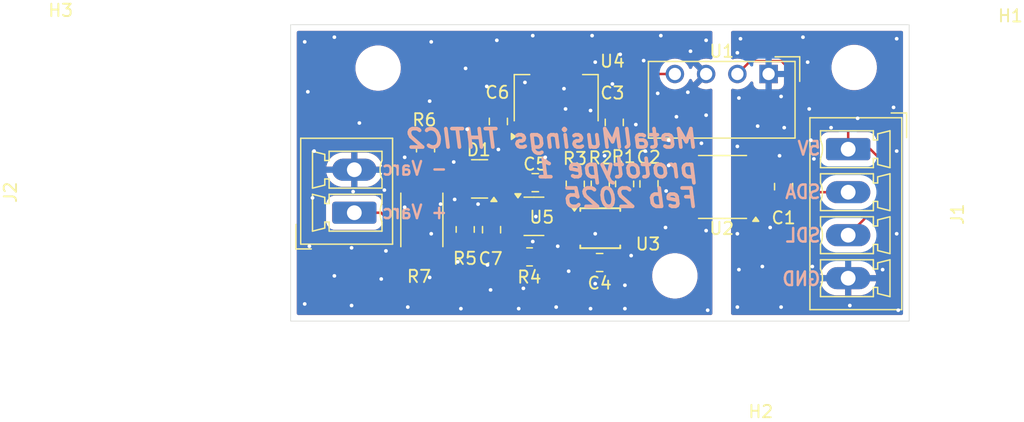
<source format=kicad_pcb>
(kicad_pcb (version 20240108) (generator "pcbnew") (generator_version "8.0")
  (layers (0 "F.Cu" signal) (31 "B.Cu" signal) (34 "B.Paste" user) (35 "F.Paste" user) (36 "B.SilkS" user "B.Silkscreen") (37 "F.SilkS" user "F.Silkscreen") (38 "B.Mask" user) (39 "F.Mask" user) (44 "Edge.Cuts" user))
  (net 0 "")
  (net 1 "GND")
  (net 2 "5V")
  (net 3 "Net-(U3-AIN0)")
  (net 4 "GND_ISO")
  (net 5 "Net-(U1-+Vout)")
  (net 6 "VCC_ISO")
  (net 8 "Net-(J1-Pin_2)")
  (net 9 "Net-(J1-Pin_3)")
  (net 10 "Net-(U2-SDA2)")
  (net 11 "Net-(D2-COM)")
  (net 12 "Net-(J2-Pin_1)")
  (net 14 "Net-(U7--)")
  (net 15 "Net-(R10-Pad2)")
  (net 17 "Net-(U2-SCL2)")
  (footprint "Package_TO_SOT_SMD:SOT-23-5" (layer "F.Cu") (at 167.8632 99.2924)
    (property "Reference" "U5" (at 0.6404 0.0724 0) (layer "F.SilkS"))
    (property "Value" "LMV321")
    (pad "1" smd roundrect (at -1.1375 -0.95) (size 1.325 0.6) (layers "F.Cu" "F.Paste" "F.Mask") (net 11 "Net-(D2-COM)"))
    (pad "2" smd roundrect (at -1.1375 0) (size 1.325 0.6) (layers "F.Cu" "F.Paste" "F.Mask") (net 4 "GND_ISO"))
    (pad "3" smd roundrect (at -1.1375 0.95) (size 1.325 0.6) (layers "F.Cu" "F.Paste" "F.Mask") (net 14 "Net-(U7--)"))
    (pad "4" smd roundrect (at 1.1375 0.95) (size 1.325 0.6) (layers "F.Cu" "F.Paste" "F.Mask") (net 14 "Net-(U7--)"))
    (pad "5" smd roundrect (at 1.1375 -0.95) (size 1.325 0.6) (layers "F.Cu" "F.Paste" "F.Mask") (net 6 "VCC_ISO"))
  )
  (footprint "MountingHole:MountingHole_3.2mm_M3" (layer "F.Cu") (at 193.9036 87.1728)
    (property "Reference" "H1" (at 12.7 -4.2 0) (layer "F.SilkS"))
    (property "Value" "MountingHole")
    (pad "" np_thru_hole circle (at 0 0) (size 3.2 3.2) (drill 3.2) (layers "*.Cu" "*.Mask"))
  )
  (footprint "Resistor_SMD:R_0805_2012Metric" (layer "F.Cu") (at 167.5076 102.5944)
    (property "Reference" "R4" (at -0.02 1.6472 0) (layer "F.SilkS"))
    (property "Value" "nP")
    (pad "1" smd roundrect (at -0.9125 0) (size 1.025 1.4) (layers "F.Cu" "F.Paste" "F.Mask") (roundrect_rratio 0.243902) (net 14 "Net-(U7--)"))
    (pad "2" smd roundrect (at 0.9125 0) (size 1.025 1.4) (layers "F.Cu" "F.Paste" "F.Mask") (roundrect_rratio 0.243902) (net 11 "Net-(D2-COM)"))
  )
  (footprint "Capacitor_SMD:C_0805_2012Metric" (layer "F.Cu") (at 164.4171 100.3808 -90)
    (property "Reference" "C7" (at 2.3574 0.0791 180) (layer "F.SilkS"))
    (property "Value" "1nF")
    (pad "1" smd roundrect (at -0.95 0 270) (size 1 1.45) (layers "F.Cu" "F.Paste" "F.Mask") (net 11 "Net-(D2-COM)"))
    (pad "2" smd roundrect (at 0.95 0 270) (size 1 1.45) (layers "F.Cu" "F.Paste" "F.Mask") (net 4 "GND_ISO"))
  )
  (footprint "Package_TO_SOT_SMD:SOT-23" (layer "F.Cu") (at 163.4436 96.2444 180)
    (property "Reference" "D1" (at 0.0708 2.366 0) (layer "F.SilkS"))
    (property "Value" "BAT54S")
    (pad "1" smd roundrect (at -0.9375 -0.95 180) (size 1.475 0.6) (layers "F.Cu" "F.Paste" "F.Mask") (net 4 "GND_ISO"))
    (pad "2" smd roundrect (at -0.9375 0.95 180) (size 1.475 0.6) (layers "F.Cu" "F.Paste" "F.Mask") (net 6 "VCC_ISO"))
    (pad "3" smd roundrect (at 0.9375 0 180) (size 1.475 0.6) (layers "F.Cu" "F.Paste" "F.Mask") (net 11 "Net-(D2-COM)"))
  )
  (footprint "Capacitor_SMD:C_0805_2012Metric" (layer "F.Cu") (at 177.2187 96.6518 -90)
    (property "Reference" "C2" (at -2.1638 0.0283 180) (layer "F.SilkS"))
    (property "Value" "100nF")
    (pad "1" smd roundrect (at -0.95 0 270) (size 1 1.45) (layers "F.Cu" "F.Paste" "F.Mask") (net 6 "VCC_ISO"))
    (pad "2" smd roundrect (at 0.95 0 270) (size 1 1.45) (layers "F.Cu" "F.Paste" "F.Mask") (net 4 "GND_ISO"))
  )
  (footprint "Capacitor_SMD:C_0805_2012Metric" (layer "F.Cu") (at 173.2055 103.0526 180)
    (property "Reference" "C4" (at 0 -1.68 0) (layer "F.SilkS"))
    (property "Value" "100nF")
    (pad "1" smd roundrect (at -0.95 0 180) (size 1 1.45) (layers "F.Cu" "F.Paste" "F.Mask") (net 6 "VCC_ISO"))
    (pad "2" smd roundrect (at 0.95 0 180) (size 1 1.45) (layers "F.Cu" "F.Paste" "F.Mask") (net 4 "GND_ISO"))
  )
  (footprint "MountingHole:MountingHole_3.2mm_M3" (layer "F.Cu") (at 155.194 87.2236)
    (property "Reference" "H3" (at -25.81 -4.694 0) (layer "F.SilkS"))
    (property "Value" "MountingHole")
    (pad "" np_thru_hole circle (at 0 0) (size 3.2 3.2) (drill 3.2) (layers "*.Cu" "*.Mask"))
  )
  (footprint "Resistor_SMD:R_0805_2012Metric" (layer "F.Cu") (at 171.2243 96.6518 90)
    (property "Reference" "R3" (at 2.0622 -0.0283 180) (layer "F.SilkS"))
    (property "Value" "47")
    (pad "1" smd roundrect (at -0.9125 0 90) (size 1.025 1.4) (layers "F.Cu" "F.Paste" "F.Mask") (roundrect_rratio 0.243902) (net 3 "Net-(U3-AIN0)"))
    (pad "2" smd roundrect (at 0.9125 0 90) (size 1.025 1.4) (layers "F.Cu" "F.Paste" "F.Mask") (roundrect_rratio 0.243902) (net 14 "Net-(U7--)"))
  )
  (footprint "Capacitor_SMD:C_0805_2012Metric" (layer "F.Cu") (at 167.9731 96.5502 180)
    (property "Reference" "C5" (at 0 1.5034 0) (layer "F.SilkS"))
    (property "Value" "100nF")
    (pad "1" smd roundrect (at -0.95 0 180) (size 1 1.45) (layers "F.Cu" "F.Paste" "F.Mask") (net 6 "VCC_ISO"))
    (pad "2" smd roundrect (at 0.95 0 180) (size 1 1.45) (layers "F.Cu" "F.Paste" "F.Mask") (net 4 "GND_ISO"))
  )
  (footprint "Resistor_SMD:R_0805_2012Metric" (layer "F.Cu") (at 173.2563 96.6518 -90)
    (property "Reference" "R2" (at -2.113 -0.0225 0) (layer "F.SilkS"))
    (property "Value" "2k2")
    (pad "1" smd roundrect (at -0.9125 0 270) (size 1.025 1.4) (layers "F.Cu" "F.Paste" "F.Mask") (roundrect_rratio 0.243902) (net 6 "VCC_ISO"))
    (pad "2" smd roundrect (at 0.9125 0 270) (size 1.025 1.4) (layers "F.Cu" "F.Paste" "F.Mask") (roundrect_rratio 0.243902) (net 17 "Net-(U2-SCL2)"))
  )
  (footprint "Package_SO:SOIC-8_3.9x4.9mm_P1.27mm" (layer "F.Cu") (at 183.199 96.901 180)
    (property "Reference" "U2" (at 0.065 -3.3782 0) (layer "F.SilkS"))
    (property "Value" "ISO1540")
    (pad "1" smd roundrect (at -2.475 -1.905 180) (size 1.95 0.6) (layers "F.Cu" "F.Paste" "F.Mask") (net 2 "5V"))
    (pad "2" smd roundrect (at -2.475 -0.635 180) (size 1.95 0.6) (layers "F.Cu" "F.Paste" "F.Mask") (net 8 "Net-(J1-Pin_2)"))
    (pad "3" smd roundrect (at -2.475 0.635 180) (size 1.95 0.6) (layers "F.Cu" "F.Paste" "F.Mask") (net 9 "Net-(J1-Pin_3)"))
    (pad "4" smd roundrect (at -2.475 1.905 180) (size 1.95 0.6) (layers "F.Cu" "F.Paste" "F.Mask") (net 1 "GND"))
    (pad "5" smd roundrect (at 2.475 1.905 180) (size 1.95 0.6) (layers "F.Cu" "F.Paste" "F.Mask") (net 4 "GND_ISO"))
    (pad "6" smd roundrect (at 2.475 0.635 180) (size 1.95 0.6) (layers "F.Cu" "F.Paste" "F.Mask") (net 17 "Net-(U2-SCL2)"))
    (pad "7" smd roundrect (at 2.475 -0.635 180) (size 1.95 0.6) (layers "F.Cu" "F.Paste" "F.Mask") (net 10 "Net-(U2-SDA2)"))
    (pad "8" smd roundrect (at 2.475 -1.905 180) (size 1.95 0.6) (layers "F.Cu" "F.Paste" "F.Mask") (net 6 "VCC_ISO"))
  )
  (footprint "MountingHole:MountingHole_3.2mm_M3" (layer "F.Cu") (at 179.324 104.14)
    (property "Reference" "H2" (at 6.985 11.049 0) (layer "F.SilkS"))
    (property "Value" "MountingHole")
    (pad "" np_thru_hole circle (at 0 0) (size 3.2 3.2) (drill 3.2) (layers "*.Cu" "*.Mask"))
  )
  (footprint "Resistor_SMD:R_2512_6332Metric" (layer "F.Cu") (at 158.75 99.5821 90)
    (property "Reference" "R7" (at -4.6087 -0.2315 180) (layer "F.SilkS"))
    (property "Value" "100k")
    (pad "1" smd roundrect (at -2.9625 0 90) (size 1.225 3.35) (layers "F.Cu" "F.Paste" "F.Mask") (roundrect_rratio 0.204082) (net 12 "Net-(J2-Pin_1)"))
    (pad "2" smd roundrect (at 2.9625 0 90) (size 1.225 3.35) (layers "F.Cu" "F.Paste" "F.Mask") (roundrect_rratio 0.204082) (net 15 "Net-(R10-Pad2)"))
  )
  (footprint "Connector_Phoenix_MC:PhoenixContact_MCV_1,5_2-G-3.5_1x02_P3.50mm_Vertical" (layer "F.Cu") (at 153.259 98.998 90)
    (property "Reference" "J2" (at 1.6625 -27.9615 90) (layer "F.SilkS"))
    (property "Value" "Plasma 300V")
    (pad "1" thru_hole roundrect (at 0 0 90) (size 1.8 3.6) (drill 1.2) (layers "*.Cu" "*.Mask") (roundrect_rratio 0.138889) (net 12 "Net-(J2-Pin_1)"))
    (pad "2" thru_hole oval (at 3.5 0 90) (size 1.8 3.6) (drill 1.2) (layers "*.Cu" "*.Mask") (net 4 "GND_ISO"))
  )
  (footprint "Capacitor_SMD:C_0805_2012Metric" (layer "F.Cu") (at 164.973 91.567 -90)
    (property "Reference" "C6" (at -2.3622 0.0762 180) (layer "F.SilkS"))
    (property "Value" "22uF Tant")
    (pad "1" smd roundrect (at -0.95 0 270) (size 1 1.45) (layers "F.Cu" "F.Paste" "F.Mask") (net 6 "VCC_ISO"))
    (pad "2" smd roundrect (at 0.95 0 270) (size 1 1.45) (layers "F.Cu" "F.Paste" "F.Mask") (net 4 "GND_ISO"))
  )
  (footprint "Capacitor_SMD:C_0805_2012Metric" (layer "F.Cu") (at 188.1632 96.8756 90)
    (property "Reference" "C1" (at -2.54 0 180) (layer "F.SilkS"))
    (property "Value" "100nF")
    (pad "1" smd roundrect (at -0.95 0 90) (size 1 1.45) (layers "F.Cu" "F.Paste" "F.Mask") (net 2 "5V"))
    (pad "2" smd roundrect (at 0.95 0 90) (size 1 1.45) (layers "F.Cu" "F.Paste" "F.Mask") (net 1 "GND"))
  )
  (footprint "Capacitor_SMD:C_0805_2012Metric" (layer "F.Cu") (at 174.3964 91.6432 -90)
    (property "Reference" "C3" (at -2.3876 0.1524 0) (layer "F.SilkS"))
    (property "Value" "10uF")
    (pad "1" smd roundrect (at -0.95 0 270) (size 1 1.45) (layers "F.Cu" "F.Paste" "F.Mask") (net 5 "Net-(U1-+Vout)"))
    (pad "2" smd roundrect (at 0.95 0 270) (size 1 1.45) (layers "F.Cu" "F.Paste" "F.Mask") (net 4 "GND_ISO"))
  )
  (footprint "Package_TO_SOT_SMD:SOT-223-3_TabPin2" (layer "F.Cu") (at 169.672 89.662 90)
    (property "Reference" "U4" (at 2.9972 4.572 0) (layer "F.SilkS"))
    (property "Value" "AMS1117-5")
    (pad "1" smd roundrect (at -3.15 -2.3 90) (size 2 1.5) (layers "F.Cu" "F.Paste" "F.Mask") (net 4 "GND_ISO"))
    (pad "2" smd roundrect (at -3.15 0 90) (size 2 1.5) (layers "F.Cu" "F.Paste" "F.Mask") (net 6 "VCC_ISO"))
    (pad "2" smd roundrect (at 3.15 0 90) (size 2 3.8) (layers "F.Cu" "F.Paste" "F.Mask") (net 6 "VCC_ISO"))
    (pad "3" smd roundrect (at -3.15 2.3 90) (size 2 1.5) (layers "F.Cu" "F.Paste" "F.Mask") (net 5 "Net-(U1-+Vout)"))
  )
  (footprint "Resistor_SMD:R_0805_2012Metric" (layer "F.Cu") (at 159.0502 93.8183 90)
    (property "Reference" "R6" (at 2.3783 -0.097 180) (layer "F.SilkS"))
    (property "Value" "1k27")
    (pad "1" smd roundrect (at -0.9125 0 90) (size 1.025 1.4) (layers "F.Cu" "F.Paste" "F.Mask") (roundrect_rratio 0.243902) (net 15 "Net-(R10-Pad2)"))
    (pad "2" smd roundrect (at 0.9125 0 90) (size 1.025 1.4) (layers "F.Cu" "F.Paste" "F.Mask") (roundrect_rratio 0.243902) (net 4 "GND_ISO"))
  )
  (footprint "Resistor_SMD:R_0805_2012Metric" (layer "F.Cu") (at 175.2375 96.6518 -90)
    (property "Reference" "R1" (at -2.2146 0.0791 0) (layer "F.SilkS"))
    (property "Value" "2k2")
    (pad "1" smd roundrect (at -0.9125 0 270) (size 1.025 1.4) (layers "F.Cu" "F.Paste" "F.Mask") (roundrect_rratio 0.243902) (net 6 "VCC_ISO"))
    (pad "2" smd roundrect (at 0.9125 0 270) (size 1.025 1.4) (layers "F.Cu" "F.Paste" "F.Mask") (roundrect_rratio 0.243902) (net 10 "Net-(U2-SDA2)"))
  )
  (footprint "Converter_DCDC:Converter_DCDC_TRACO_TEA1-xxxx_THT" (layer "F.Cu") (at 186.944 87.7045 -90)
    (property "Reference" "U1" (at -1.8525 3.81 0) (layer "F.SilkS"))
    (property "Value" "B0509S-1WR3")
    (pad "1" thru_hole rect (at 0 0 270) (size 1.5 1.5) (drill 1) (layers "*.Cu" "*.Mask") (net 1 "GND"))
    (pad "2" thru_hole circle (at 0 2.54 270) (size 1.5 1.5) (drill 1) (layers "*.Cu" "*.Mask") (net 2 "5V"))
    (pad "3" thru_hole circle (at 0 5.08 270) (size 1.5 1.5) (drill 1) (layers "*.Cu" "*.Mask") (net 4 "GND_ISO"))
    (pad "4" thru_hole circle (at 0 7.62 270) (size 1.5 1.5) (drill 1) (layers "*.Cu" "*.Mask") (net 5 "Net-(U1-+Vout)"))
  )
  (footprint "Connector_Phoenix_MC:PhoenixContact_MCV_1,5_4-G-3.5_1x04_P3.50mm_Vertical" (layer "F.Cu") (at 193.4135 93.8275 -90)
    (property "Reference" "J1" (at 5.293 -8.89 90) (layer "F.SilkS"))
    (property "Value" "Conn_01x04_Pin")
    (pad "1" thru_hole roundrect (at 0 0 270) (size 1.8 3.6) (drill 1.2) (layers "*.Cu" "*.Mask") (roundrect_rratio 0.138889) (net 2 "5V"))
    (pad "2" thru_hole oval (at 3.5 0 270) (size 1.8 3.6) (drill 1.2) (layers "*.Cu" "*.Mask") (net 8 "Net-(J1-Pin_2)"))
    (pad "3" thru_hole oval (at 7 0 270) (size 1.8 3.6) (drill 1.2) (layers "*.Cu" "*.Mask") (net 9 "Net-(J1-Pin_3)"))
    (pad "4" thru_hole oval (at 10.5 0 270) (size 1.8 3.6) (drill 1.2) (layers "*.Cu" "*.Mask") (net 1 "GND"))
  )
  (footprint "Resistor_SMD:R_0805_2012Metric" (layer "F.Cu") (at 162.2752 100.3592 -90)
    (property "Reference" "R5" (at 2.3584 0.02 0) (layer "F.SilkS"))
    (property "Value" "10k")
    (pad "1" smd roundrect (at -0.9125 0 270) (size 1.025 1.4) (layers "F.Cu" "F.Paste" "F.Mask") (roundrect_rratio 0.243902) (net 11 "Net-(D2-COM)"))
    (pad "2" smd roundrect (at 0.9125 0 270) (size 1.025 1.4) (layers "F.Cu" "F.Paste" "F.Mask") (roundrect_rratio 0.243902) (net 15 "Net-(R10-Pad2)"))
  )
  (footprint "Package_SO:TSSOP-10_3x3mm_P0.5mm" (layer "F.Cu") (at 173.2563 100.2586)
    (property "Reference" "U3" (at 3.8833 1.2906 0) (layer "F.SilkS"))
    (property "Value" "ADS1014IDGS")
    (pad "1" smd rect (at -2.15 -1) (size 1.1 0.25) (layers "F.Cu" "F.Paste" "F.Mask") (net 4 "GND_ISO"))
    (pad "2" smd rect (at -2.15 -0.5) (size 1.1 0.25) (layers "F.Cu" "F.Paste" "F.Mask"))
    (pad "3" smd rect (at -2.15 0) (size 1.1 0.25) (layers "F.Cu" "F.Paste" "F.Mask") (net 4 "GND_ISO"))
    (pad "4" smd rect (at -2.15 0.5) (size 1.1 0.25) (layers "F.Cu" "F.Paste" "F.Mask") (net 3 "Net-(U3-AIN0)"))
    (pad "5" smd rect (at -2.15 1) (size 1.1 0.25) (layers "F.Cu" "F.Paste" "F.Mask") (net 4 "GND_ISO"))
    (pad "6" smd rect (at 2.15 1) (size 1.1 0.25) (layers "F.Cu" "F.Paste" "F.Mask"))
    (pad "7" smd rect (at 2.15 0.5) (size 1.1 0.25) (layers "F.Cu" "F.Paste" "F.Mask"))
    (pad "8" smd rect (at 2.15 0) (size 1.1 0.25) (layers "F.Cu" "F.Paste" "F.Mask") (net 6 "VCC_ISO"))
    (pad "9" smd rect (at 2.15 -0.5) (size 1.1 0.25) (layers "F.Cu" "F.Paste" "F.Mask") (net 10 "Net-(U2-SDA2)"))
    (pad "10" smd rect (at 2.15 -1) (size 1.1 0.25) (layers "F.Cu" "F.Paste" "F.Mask") (net 17 "Net-(U2-SCL2)"))
  )
  (gr_rect (start 148.082 83.693) (end 198.374 107.823) (stroke (width 0.05)) (fill none) (layer "Edge.Cuts"))
  (gr_text "MetalMusings THTIC2\nprototype 1\nFeb 2025" (at 181.356 98.679 0) (layer "B.SilkS") (effects (font (size 1.5 1.5) (thickness 0.3) (bold yes) (italic yes)) (justify left bottom mirror)))
  (gr_text "- Varc\n\n+ Varc\n" (at 160.909 99.5821 0) (layer "B.SilkS") (effects (font (size 1.1 1) (thickness 0.2) (bold yes)) (justify left bottom mirror)))
  (gr_text "5V\n\nSDA\n\nSDL\n\nGND" (at 191.262 105.029 0) (layer "B.SilkS") (effects (font (size 1.1 1) (thickness 0.2) (bold yes)) (justify left bottom mirror)))
  (segment (start 185.674 94.996) (end 186.944 93.726) (width 0.2) (layer "F.Cu") (net 1))
  (segment (start 185.674 94.996) (end 187.2336 94.996) (width 0.2) (layer "F.Cu") (net 1))
  (segment (start 187.2336 94.996) (end 188.1632 95.9256) (width 0.2) (layer "F.Cu") (net 1))
  (segment (start 186.944 93.726) (end 186.944 87.7045) (width 0.2) (layer "F.Cu") (net 1))
  (via (at 192.024 92.075) (size 0.6) (drill 0.3) (layers "F.Cu" "B.Cu") (net 1))
  (via (at 197.104 90.424) (size 0.6) (drill 0.3) (layers "F.Cu" "B.Cu") (net 1))
  (via (at 184.404 100.711) (size 0.6) (drill 0.3) (layers "F.Cu" "B.Cu") (net 1))
  (via (at 190.5 103.378) (size 0.6) (drill 0.3) (layers "F.Cu" "B.Cu") (net 1))
  (via (at 190.119 86.741) (size 0.6) (drill 0.3) (layers "F.Cu" "B.Cu") (net 1))
  (via (at 184.404 93.599) (size 0.6) (drill 0.3) (layers "F.Cu" "B.Cu") (net 1))
  (via (at 196.215 103.632) (size 0.6) (drill 0.3) (layers "F.Cu" "B.Cu") (net 1))
  (via (at 184.658 84.836) (size 0.6) (drill 0.3) (layers "F.Cu" "B.Cu") (net 1))
  (via (at 189.738 84.709) (size 0.6) (drill 0.3) (layers "F.Cu" "B.Cu") (net 1))
  (via (at 197.485 106.934) (size 0.6) (drill 0.3) (layers "F.Cu" "B.Cu") (net 1))
  (via (at 194.183 91.313) (size 0.6) (drill 0.3) (layers "F.Cu" "B.Cu") (net 1))
  (via (at 187.96 89.535) (size 0.6) (drill 0.3) (layers "F.Cu" "B.Cu") (net 1))
  (via (at 190.627 94.615) (size 0.6) (drill 0.3) (layers "F.Cu" "B.Cu") (net 1))
  (via (at 187.96 106.68) (size 0.6) (drill 0.3) (layers "F.Cu" "B.Cu") (net 1))
  (via (at 193.548 106.553) (size 0.6) (drill 0.3) (layers "F.Cu" "B.Cu") (net 1))
  (via (at 187.833 94.361) (size 0.6) (drill 0.3) (layers "F.Cu" "B.Cu") (net 1))
  (via (at 197.358 93.98) (size 0.6) (drill 0.3) (layers "F.Cu" "B.Cu") (net 1))
  (via (at 190.373 93.091) (size 0.6) (drill 0.3) (layers "F.Cu" "B.Cu") (net 1))
  (via (at 197.358 100.711) (size 0.6) (drill 0.3) (layers "F.Cu" "B.Cu") (net 1))
  (via (at 184.404 85.979) (size 0.6) (drill 0.3) (layers "F.Cu" "B.Cu") (net 1))
  (via (at 186.436 103.378) (size 0.6) (drill 0.3) (layers "F.Cu" "B.Cu") (net 1))
  (via (at 186.055 91.948) (size 0.6) (drill 0.3) (layers "F.Cu" "B.Cu") (net 1))
  (via (at 197.358 84.836) (size 0.6) (drill 0.3) (layers "F.Cu" "B.Cu") (net 1))
  (via (at 188.214 92.075) (size 0.6) (drill 0.3) (layers "F.Cu" "B.Cu") (net 1))
  (via (at 190.246 90.551) (size 0.6) (drill 0.3) (layers "F.Cu" "B.Cu") (net 1))
  (via (at 184.531 103.632) (size 0.6) (drill 0.3) (layers "F.Cu" "B.Cu") (net 1))
  (via (at 184.404 106.68) (size 0.6) (drill 0.3) (layers "F.Cu" "B.Cu") (net 1))
  (via (at 187.071 100.203) (size 0.6) (drill 0.3) (layers "F.Cu" "B.Cu") (net 1))
  (via (at 184.531 89.662) (size 0.6) (drill 0.3) (layers "F.Cu" "B.Cu") (net 1))
  (segment (start 193.4135 93.8275) (end 193.4135 92.074) (width 0.2) (layer "F.Cu") (net 2))
  (segment (start 185.674 98.806) (end 187.1828 98.806) (width 0.2) (layer "F.Cu") (net 2))
  (segment (start 195.072 102.489) (end 196.361 101.2) (width 0.2) (layer "F.Cu") (net 2))
  (segment (start 196.361 94.975) (end 195.2135 93.8275) (width 0.2) (layer "F.Cu") (net 2))
  (segment (start 191.262 102.489) (end 195.072 102.489) (width 0.2) (layer "F.Cu") (net 2))
  (segment (start 188.1632 99.3902) (end 191.262 102.489) (width 0.2) (layer "F.Cu") (net 2))
  (segment (start 188.1632 97.8256) (end 188.1632 99.3902) (width 0.2) (layer "F.Cu") (net 2))
  (segment (start 195.2135 93.8275) (end 193.4135 93.8275) (width 0.2) (layer "F.Cu") (net 2))
  (segment (start 185.454 86.6545) (end 184.404 87.7045) (width 0.2) (layer "F.Cu") (net 2))
  (segment (start 196.361 101.2) (end 196.361 94.975) (width 0.2) (layer "F.Cu") (net 2))
  (segment (start 187.1828 98.806) (end 188.1632 97.8256) (width 0.2) (layer "F.Cu") (net 2))
  (segment (start 193.4135 92.074) (end 187.994 86.6545) (width 0.2) (layer "F.Cu") (net 2))
  (segment (start 187.994 86.6545) (end 185.454 86.6545) (width 0.2) (layer "F.Cu") (net 2))
  (segment (start 171.1063 100.7586) (end 171.8813 100.7586) (width 0.2) (layer "F.Cu") (net 3))
  (segment (start 171.2243 98.1016) (end 171.2243 97.5643) (width 0.2) (layer "F.Cu") (net 3))
  (segment (start 171.8813 100.7586) (end 171.9563 100.6836) (width 0.2) (layer "F.Cu") (net 3))
  (segment (start 171.9563 100.6836) (end 171.9563 98.8336) (width 0.2) (layer "F.Cu") (net 3))
  (segment (start 171.9563 98.8336) (end 171.2243 98.1016) (width 0.2) (layer "F.Cu") (net 3))
  (segment (start 171.1063 100.2586) (end 170.3313 100.2586) (width 0.2) (layer "F.Cu") (net 4))
  (segment (start 170.3313 101.2586) (end 170.2563 101.1836) (width 0.2) (layer "F.Cu") (net 4))
  (segment (start 177.5893 97.2312) (end 177.2187 97.6018) (width 0.2) (layer "F.Cu") (net 4))
  (segment (start 171.1063 101.9034) (end 171.1063 101.2586) (width 0.2) (layer "F.Cu") (net 4))
  (segment (start 167.0231 96.5502) (end 166.6673 96.1944) (width 0.2) (layer "F.Cu") (net 4))
  (segment (start 161.163 95.9358) (end 161.3408 95.758) (width 0.2) (layer "F.Cu") (net 4))
  (segment (start 170.250187 102.261557) (end 168.079744 104.432) (width 0.2) (layer "F.Cu") (net 4))
  (segment (start 160.782 98.552) (end 161.417 97.917) (width 0.2) (layer "F.Cu") (net 4))
  (segment (start 178.6128 97.2312) (end 177.5893 97.2312) (width 0.2) (layer "F.Cu") (net 4))
  (segment (start 161.163 96.901) (end 161.163 95.9358) (width 0.2) (layer "F.Cu") (net 4))
  (segment (start 157.6652 92.9058) (end 159.0502 92.9058) (width 0.2) (layer "F.Cu") (net 4))
  (segment (start 164.4171 101.361) (end 163.861744 101.361) (width 0.2) (layer "F.Cu") (net 4))
  (segment (start 179.324 94.996) (end 179.1716 95.1484) (width 0.2) (layer "F.Cu") (net 4))
  (segment (start 164.0284 88.7174) (end 167.5338 85.212) (width 0.2) (layer "F.Cu") (net 4))
  (segment (start 161.3408 93.5228) (end 160.7238 92.9058) (width 0.2) (layer "F.Cu") (net 4))
  (segment (start 164.973 92.517) (end 167.077 92.517) (width 0.2) (layer "F.Cu") (net 4))
  (segment (start 166.6673 96.1944) (end 163.86 96.1944) (width 0.2) (layer "F.Cu") (net 4))
  (segment (start 174.3964 92.5932) (end 176.8737 92.5932) (width 0.2) (layer "F.Cu") (net 4))
  (segment (start 167.5338 85.212) (end 179.3715 85.212) (width 0.2) (layer "F.Cu") (net 4))
  (segment (start 160.782 99.450744) (end 160.782 98.552) (width 0.2) (layer "F.Cu") (net 4))
  (segment (start 161.3408 95.758) (end 161.3408 94.869) (width 0.2) (layer "F.Cu") (net 4))
  (segment (start 181.864 87.7045) (end 180.37725 89.19125) (width 0.2) (layer "F.Cu") (net 4))
  (segment (start 164.973 92.517) (end 163.449 90.993) (width 0.2) (layer "F.Cu") (net 4))
  (segment (start 171.1063 99.2586) (end 170.3563 99.2586) (width 0.2) (layer "F.Cu") (net 4))
  (segment (start 161.417 97.917) (end 162.1396 97.1944) (width 0.2) (layer "F.Cu") (net 4))
  (segment (start 179.578 94.996) (end 179.324 94.996) (width 0.2) (layer "F.Cu") (net 4))
  (segment (start 167.077 92.517) (end 167.372 92.812) (width 0.2) (layer "F.Cu") (net 4))
  (segment (start 179.324 94.996) (end 176.94825 92.62025) (width 0.2) (layer "F.Cu") (net 4))
  (segment (start 167.894 97.4211) (end 167.894 98.786599) (width 0.2) (layer "F.Cu") (net 4))
  (segment (start 170.2563 100.3336) (end 170.3313 100.2586) (width 0.2) (layer "F.Cu") (net 4))
  (segment (start 161.8488 95.25) (end 162.9156 95.25) (width 0.2) (layer "F.Cu") (net 4))
  (segment (start 170.2563 101.1836) (end 170.2563 100.3336) (width 0.2) (layer "F.Cu") (net 4))
  (segment (start 162.9156 95.25) (end 162.9156 94.5744) (width 0.2) (layer "F.Cu") (net 4))
  (segment (start 166.36977 104.432) (end 164.4171 102.47933) (width 0.2) (layer "F.Cu") (net 4))
  (segment (start 164.4171 102.47933) (end 164.4171 101.361) (width 0.2) (layer "F.Cu") (net 4))
  (segment (start 164.3811 97.1944) (end 161.4564 97.1944) (width 0.2) (layer "F.Cu") (net 4))
  (segment (start 162.1396 97.1944) (end 164.3811 97.1944) (width 0.2) (layer "F.Cu") (net 4))
  (segment (start 180.37725 89.19125) (end 176.94825 92.62025) (width 0.2) (layer "F.Cu") (net 4))
  (segment (start 162.759944 100.2592) (end 161.590456 100.2592) (width 0.2) (layer "F.Cu") (net 4))
  (segment (start 167.0231 96.5502) (end 167.894 97.4211) (width 0.2) (layer "F.Cu") (net 4))
  (segment (start 161.3408 95.758) (end 161.8488 95.25) (width 0.2) (layer "F.Cu") (net 4))
  (segment (start 170.3313 100.2586) (end 170.2563 100.1836) (width 0.2) (layer "F.Cu") (net 4))
  (segment (start 156.21 95.377) (end 156.21 94.361) (width 0.2) (layer "F.Cu") (net 4))
  (segment (start 170.2563 100.1836) (end 170.2563 99.3336) (width 0.2) (layer "F.Cu") (net 4))
  (segment (start 162.9156 94.5744) (end 164.973 92.517) (width 0.2) (layer "F.Cu") (net 4))
  (segment (start 170.250187 99.364713) (end 170.250187 102.261557) (width 0.2) (layer "F.Cu") (net 4))
  (segment (start 161.4564 97.1944) (end 161.163 96.901) (width 0.2) (layer "F.Cu") (net 4))
  (segment (start 170.2563 99.3336) (end 170.3313 99.2586) (width 0.2) (layer "F.Cu") (net 4))
  (segment (start 176.8737 92.5932) (end 176.9245 92.644) (width 0.2) (layer "F.Cu") (net 4))
  (segment (start 161.3408 94.869) (end 161.3408 93.5228) (width 0.2) (layer "F.Cu") (net 4))
  (segment (start 179.1716 95.1484) (end 178.816 95.1484) (width 0.2) (layer "F.Cu") (net 4))
  (segment (start 156.089 95.498) (end 156.21 95.377) (width 0.2) (layer "F.Cu") (net 4))
  (segment (start 176.94825 92.62025) (end 176.9245 92.644) (width 0.2) (layer "F.Cu") (net 4))
  (segment (start 179.3715 85.212) (end 181.864 87.7045) (width 0.2) (layer "F.Cu") (net 4))
  (segment (start 163.861744 101.361) (end 162.759944 100.2592) (width 0.2) (layer "F.Cu") (net 4))
  (segment (start 167.388199 99.2924) (end 166.7257 99.2924) (width 0.2) (layer "F.Cu") (net 4))
  (segment (start 171.1063 101.2586) (end 170.3313 101.2586) (width 0.2) (layer "F.Cu") (net 4))
  (segment (start 172.2555 103.0526) (end 171.1063 101.9034) (width 0.2) (layer "F.Cu") (net 4))
  (segment (start 153.259 95.498) (end 156.089 95.498) (width 0.2) (layer "F.Cu") (net 4))
  (segment (start 156.21 94.361) (end 157.6652 92.9058) (width 0.2) (layer "F.Cu") (net 4))
  (segment (start 170.3563 99.2586) (end 170.250187 99.364713) (width 0.2) (layer "F.Cu") (net 4))
  (segment (start 163.449 89.2968) (end 164.0284 88.7174) (width 0.2) (layer "F.Cu") (net 4))
  (segment (start 162.9156 95.25) (end 163.322 95.6564) (width 0.2) (layer "F.Cu") (net 4))
  (segment (start 167.894 98.786599) (end 167.388199 99.2924) (width 0.2) (layer "F.Cu") (net 4))
  (segment (start 160.7238 92.9058) (end 159.0502 92.9058) (width 0.2) (layer "F.Cu") (net 4))
  (segment (start 163.86 96.1944) (end 163.322 95.6564) (width 0.2) (layer "F.Cu") (net 4))
  (segment (start 170.3313 99.2586) (end 171.1063 99.2586) (width 0.2) (layer "F.Cu") (net 4))
  (segment (start 180.724 94.996) (end 179.578 94.996) (width 0.2) (layer "F.Cu") (net 4))
  (segment (start 163.449 90.993) (end 163.449 89.2968) (width 0.2) (layer "F.Cu") (net 4))
  (segment (start 168.079744 104.432) (end 166.36977 104.432) (width 0.2) (layer "F.Cu") (net 4))
  (segment (start 161.590456 100.2592) (end 160.782 99.450744) (width 0.2) (layer "F.Cu") (net 4))
  (via (at 178.6128 97.2312) (size 0.6) (drill 0.3) (layers "F.Cu" "B.Cu") (net 4))
  (via (at 149.225 85.09) (size 0.6) (drill 0.3) (layers "F.Cu" "B.Cu") (net 4))
  (via (at 169.672 106.68) (size 0.6) (drill 0.3) (layers "F.Cu" "B.Cu") (net 4))
  (via (at 155.829 102.108) (size 0.6) (drill 0.3) (layers "F.Cu" "B.Cu") (net 4))
  (via (at 167.005 105.156) (size 0.6) (drill 0.3) (layers "F.Cu" "B.Cu") (net 4))
  (via (at 172.847 104.775) (size 0.6) (drill 0.3) (layers "F.Cu" "B.Cu") (net 4))
  (via (at 181.864 100.457) (size 0.6) (drill 0.3) (layers "F.Cu" "B.Cu") (net 4))
  (via (at 159.385 89.916) (size 0.6) (drill 0.3) (layers "F.Cu" "B.Cu") (net 4))
  (via (at 176.784 86.614) (size 0.6) (drill 0.3) (layers "F.Cu" "B.Cu") (net 4))
  (via (at 153.162 97.282) (size 0.6) (drill 0.3) (layers "F.Cu" "B.Cu") (net 4))
  (via (at 181.483 93.345) (size 0.6) (drill 0.3) (layers "F.Cu" "B.Cu") (net 4))
  (via (at 167.767 101.346) (size 0.6) (drill 0.3) (layers "F.Cu" "B.Cu") (net 4))
  (via (at 181.864 84.963) (size 0.6) (drill 0.3) (layers "F.Cu" "B.Cu") (net 4))
  (via (at 168.021 99.314) (size 0.6) (drill 0.3) (layers "F.Cu" "B.Cu") (net 4))
  (via (at 149.987 93.98) (size 0.6) (drill 0.3) (layers "F.Cu" "B.Cu") (net 4))
  (via (at 181.991 106.934) (size 0.6) (drill 0.3) (layers "F.Cu" "B.Cu") (net 4))
  (via (at 164.973 93.853) (size 0.6) (drill 0.3) (layers "F.Cu" "B.Cu") (net 4))
  (via (at 157.353 98.552) (size 0.6) (drill 0.3) (layers "F.Cu" "B.Cu") (net 4))
  (via (at 159.512 85.09) (size 0.6) (drill 0.3) (layers "F.Cu" "B.Cu") (net 4))
  (via (at 159.512 100.711) (size 0.6) (drill 0.3) (layers "F.Cu" "B.Cu") (net 4))
  (via (at 149.479 89.154) (size 0.6) (drill 0.3) (layers "F.Cu" "B.Cu") (net 4))
  (via (at 175.768 102.489) (size 0.6) (drill 0.3) (layers "F.Cu" "B.Cu") (net 4))
  (via (at 174.244 88.519) (size 0.6) (drill 0.3) (layers "F.Cu" "B.Cu") (net 4))
  (via (at 173.609 94.361) (size 0.6) (drill 0.3) (layers "F.Cu" "B.Cu") (net 4))
  (via (at 178.562 100.203) (size 0.6) (drill 0.3) (layers "F.Cu" "B.Cu") (net 4))
  (via (at 176.149 91.821) (size 0.6) (drill 0.3) (layers "F.Cu" "B.Cu") (net 4))
  (via (at 153.035 101.854) (size 0.6) (drill 0.3) (layers "F.Cu" "B.Cu") (net 4))
  (via (at 164.338 105.283) (size 0.6) (drill 0.3) (layers "F.Cu" "B.Cu") (net 4))
  (via (at 160.274 98.298) (size 0.6) (drill 0.3) (layers "F.Cu" "B.Cu") (net 4))
  (via (at 151.638 104.14) (size 0.6) (drill 0.3) (layers "F.Cu" "B.Cu") (net 4))
  (via (at 163.322 98.298) (size 0.6) (drill 0.3) (layers "F.Cu" "B.Cu") (net 4))
  (via (at 149.606 101.727) (size 0.6) (drill 0.3) (layers "F.Cu" "B.Cu") (net 4))
  (via (at 175.26 104.902) (size 0.6) (drill 0.3) (layers "F.Cu" "B.Cu") (net 4))
  (via (at 149.225 106.426) (size 0.6) (drill 0.3) (layers "F.Cu" "B.Cu") (net 4))
  (via (at 172.847 100.711) (size 0.6) (drill 0.3) (layers "F.Cu" "B.Cu") (net 4))
  (via (at 162.306 87.249) (size 0.6) (drill 0.3) (layers "F.Cu" "B.Cu") (net 4))
  (via (at 166.624 106.807) (size 0.6) (drill 0.3) (layers "F.Cu" "B.Cu") (net 4))
  (via (at 164.084 103.251) (size 0.6) (drill 0.3) (layers "F.Cu" "B.Cu") (net 4))
  (via (at 161.925 106.807) (size 0.6) (drill 0.3) (layers "F.Cu" "B.Cu") (net 4))
  (via (at 162.433 92.202) (size 0.6) (drill 0.3) (layers "F.Cu" "B.Cu") (net 4))
  (via (at 155.702 97.155) (size 0.6) (drill 0.3) (layers "F.Cu" "B.Cu") (net 4))
  (via (at 170.307 88.9) (size 0.6) (drill 0.3) (layers "F.Cu" "B.Cu") (net 4))
  (via (at 157.607 106.68) (size 0.6) (drill 0.3) (layers "F.Cu" "B.Cu") (net 4))
  (via (at 178.181 84.582) (size 0.6) (drill 0.3) (layers "F.Cu" "B.Cu") (net 4))
  (via (at 175.26 106.807) (size 0.6) (drill 0.3) (layers "F.Cu" "B.Cu") (net 4))
  (via (at 172.593 84.582) (size 0.6) (drill 0.3) (layers "F.Cu" "B.Cu") (net 4))
  (via (at 159.385 104.267) (size 0.6) (drill 0.3) (layers "F.Cu" "B.Cu") (net 4))
  (via (at 153.035 106.553) (size 0.6) (drill 0.3) (layers "F.Cu" "B.Cu") (net 4))
  (via (at 180.37725 89.19125) (size 0.6) (drill 0.3) (layers "F.Cu" "B.Cu") (net 4))
  (via (at 176.911 93.98) (size 0.6) (drill 0.3) (layers "F.Cu" "B.Cu") (net 4))
  (via (at 172.466 106.807) (size 0.6) (drill 0.3) (layers "F.Cu" "B.Cu") (net 4))
  (via (at 172.466 90.678) (size 0.6) (drill 0.3) (layers "F.Cu" "B.Cu") (net 4))
  (via (at 170.434 90.551) (size 0.6) (drill 0.3) (layers "F.Cu" "B.Cu") (net 4))
  (via (at 161.671 102.997) (size 0.6) (drill 0.3) (layers "F.Cu" "B.Cu") (net 4))
  (via (at 174.879 86.106) (size 0.6) (drill 0.3) (layers "F.Cu" "B.Cu") (net 4))
  (via (at 177.927 89.281) (size 0.6) (drill 0.3) (layers "F.Cu" "B.Cu") (net 4))
  (via (at 179.451 91.186) (size 0.6) (drill 0.3) (layers "F.Cu" "B.Cu") (net 4))
  (via (at 169.799 101.727) (size 0.6) (drill 0.3) (layers "F.Cu" "B.Cu") (net 4))
  (via (at 164.0284 88.7174) (size 0.6) (drill 0.3) (layers "F.Cu" "B.Cu") (net 4))
  (via (at 155.448 104.394) (size 0.6) (drill 0.3) (layers "F.Cu" "B.Cu") (net 4))
  (via (at 149.86 97.79) (size 0.6) (drill 0.3) (layers "F.Cu" "B.Cu") (net 4))
  (via (at 170.688 103.759) (size 0.6) (drill 0.3) (layers "F.Cu" "B.Cu") (net 4))
  (via (at 181.864 91.059) (size 0.6) (drill 0.3) (layers "F.Cu" "B.Cu") (net 4))
  (via (at 157.353 94.488) (size 0.6) (drill 0.3) (layers "F.Cu" "B.Cu") (net 4))
  (via (at 180.594 85.852) (size 0.6) (drill 0.3) (layers "F.Cu" "B.Cu") (net 4))
  (via (at 161.417 97.917) (size 0.6) (drill 0.3) (layers "F.Cu" "B.Cu") (net 4))
  (via (at 167.132 88.392) (size 0.6) (drill 0.3) (layers "F.Cu" "B.Cu") (net 4))
  (via (at 178.816 95.1484) (size 0.6) (drill 0.3) (layers "F.Cu" "B.Cu") (net 4))
  (via (at 167.767 84.582) (size 0.6) (drill 0.3) (layers "F.Cu" "B.Cu") (net 4))
  (via (at 153.67 91.694) (size 0.6) (drill 0.3) (layers "F.Cu" "B.Cu") (net 4))
  (via (at 172.847 86.741) (size 0.6) (drill 0.3) (layers "F.Cu" "B.Cu") (net 4))
  (via (at 164.846 84.963) (size 0.6) (drill 0.3) (layers "F.Cu" "B.Cu") (net 4))
  (via (at 168.783 94.488) (size 0.6) (drill 0.3) (layers "F.Cu" "B.Cu") (net 4))
  (via (at 178.816 93.091) (size 0.6) (drill 0.3) (layers "F.Cu" "B.Cu") (net 4))
  (via (at 151.638 84.709) (size 0.6) (drill 0.3) (layers "F.Cu" "B.Cu") (net 4))
  (via (at 161.3408 94.869) (size 0.6) (drill 0.3) (layers "F.Cu" "B.Cu") (net 4))
  (segment (start 178.816 95.1484) (end 178.816 97.028) (width 0.2) (layer "B.Cu") (net 4))
  (segment (start 178.816 97.028) (end 178.6128 97.2312) (width 0.2) (layer "B.Cu") (net 4))
  (segment (start 177.1565 87.9331) (end 177.1565 87.7045) (width 0.2) (layer "F.Cu") (net 5))
  (segment (start 174.3964 90.6932) (end 172.2776 92.812) (width 0.2) (layer "F.Cu") (net 5))
  (segment (start 179.324 87.7045) (end 177.1565 87.7045) (width 0.2) (layer "F.Cu") (net 5))
  (segment (start 174.3964 90.6932) (end 174.1678 90.6932) (width 0.2) (layer "F.Cu") (net 5))
  (segment (start 174.1678 90.6932) (end 174.117 90.744) (width 0.2) (layer "F.Cu") (net 5))
  (segment (start 174.3964 90.6932) (end 177.1565 87.9331) (width 0.2) (layer "F.Cu") (net 5))
  (segment (start 174.04 90.744) (end 174.117 90.744) (width 0.2) (layer "F.Cu") (net 5))
  (segment (start 172.2776 92.812) (end 171.972 92.812) (width 0.2) (layer "F.Cu") (net 5))
  (segment (start 168.79 87.394) (end 168.79 89.6141) (width 0.2) (layer "F.Cu") (net 6))
  (segment (start 173.2563 95.7393) (end 172.2243 96.7713) (width 0.2) (layer "F.Cu") (net 6))
  (segment (start 168.4013 95.2944) (end 168.9231 95.8162) (width 0.2) (layer "F.Cu") (net 6))
  (segment (start 174.1555 100.467115) (end 174.1555 103.0526) (width 0.2) (layer "F.Cu") (net 6))
  (segment (start 172.4105 94.8935) (end 169.8458 94.8935) (width 0.2) (layer "F.Cu") (net 6))
  (segment (start 168.79 91.93) (end 169.672 92.812) (width 0.2) (layer "F.Cu") (net 6))
  (segment (start 173.2563 95.7393) (end 172.4105 94.8935) (width 0.2) (layer "F.Cu") (net 6))
  (segment (start 177.3634 100.2586) (end 177.546 100.076) (width 0.2) (layer "F.Cu") (net 6))
  (segment (start 175.4063 100.2586) (end 174.364015 100.2586) (width 0.2) (layer "F.Cu") (net 6))
  (segment (start 169.0007 98.3424) (end 168.9231 98.2648) (width 0.2) (layer "F.Cu") (net 6))
  (segment (start 169.8458 94.8935) (end 168.9231 95.8162) (width 0.2) (layer "F.Cu") (net 6))
  (segment (start 168.79 89.6141) (end 165.9759 89.6141) (width 0.2) (layer "F.Cu") (net 6))
  (segment (start 168.9231 98.2648) (end 168.9231 96.5502) (width 0.2) (layer "F.Cu") (net 6))
  (segment (start 175.275 95.7018) (end 175.2375 95.7393) (width 0.2) (layer "F.Cu") (net 6))
  (segment (start 177.546 100.076) (end 177.546 99.187) (width 0.2) (layer "F.Cu") (net 6))
  (segment (start 175.2375 95.7393) (end 173.2563 95.7393) (width 0.2) (layer "F.Cu") (net 6))
  (segment (start 168.9231 95.8162) (end 168.9231 96.5502) (width 0.2) (layer "F.Cu") (net 6))
  (segment (start 175.4063 100.2586) (end 177.3634 100.2586) (width 0.2) (layer "F.Cu") (net 6))
  (segment (start 172.2243 98.535915) (end 174.1555 100.467115) (width 0.2) (layer "F.Cu") (net 6))
  (segment (start 169.8458 92.9858) (end 169.672 92.812) (width 0.2) (layer "F.Cu") (net 6))
  (segment (start 169.672 86.512) (end 168.79 87.394) (width 0.2) (layer "F.Cu") (net 6))
  (segment (start 172.2243 96.7713) (end 172.2243 98.535915) (width 0.2) (layer "F.Cu") (net 6))
  (segment (start 164.3811 95.2944) (end 168.4013 95.2944) (width 0.2) (layer "F.Cu") (net 6))
  (segment (start 177.2187 95.7018) (end 175.275 95.7018) (width 0.2) (layer "F.Cu") (net 6))
  (segment (start 180.343 99.187) (end 180.724 98.806) (width 0.2) (layer "F.Cu") (net 6))
  (segment (start 168.79 89.6141) (end 168.79 91.93) (width 0.2) (layer "F.Cu") (net 6))
  (segment (start 165.9759 89.6141) (end 164.973 90.617) (width 0.2) (layer "F.Cu") (net 6))
  (segment (start 177.546 99.187) (end 180.343 99.187) (width 0.2) (layer "F.Cu") (net 6))
  (segment (start 174.364015 100.2586) (end 174.1555 100.467115) (width 0.2) (layer "F.Cu") (net 6))
  (segment (start 169.8458 94.8935) (end 169.8458 92.9858) (width 0.2) (layer "F.Cu") (net 6))
  (segment (start 186.182 97.028) (end 187.071 97.028) (width 0.2) (layer "F.Cu") (net 8))
  (segment (start 185.674 97.536) (end 186.182 97.028) (width 0.2) (layer "F.Cu") (net 8))
  (segment (start 187.0936 97.0506) (end 187.071 97.028) (width 0.15) (layer "F.Cu") (net 8))
  (segment (start 189.2074 97.0506) (end 187.0936 97.0506) (width 0.15) (layer "F.Cu") (net 8))
  (segment (start 189.23 97.028) (end 189.2074 97.0506) (width 0.15) (layer "F.Cu") (net 8))
  (segment (start 189.5295 97.3275) (end 189.23 97.028) (width 0.2) (layer "F.Cu") (net 8))
  (segment (start 193.4135 97.3275) (end 189.5295 97.3275) (width 0.2) (layer "F.Cu") (net 8))
  (segment (start 187.325 96.647) (end 187.3786 96.7006) (width 0.15) (layer "F.Cu") (net 9))
  (segment (start 186.944 96.266) (end 187.325 96.647) (width 0.2) (layer "F.Cu") (net 9))
  (segment (start 195.961 96.393) (end 195.961 98.28) (width 0.2) (layer "F.Cu") (net 9))
  (segment (start 189.200095 96.363095) (end 189.29719 96.266) (width 0.15) (layer "F.Cu") (net 9))
  (segment (start 187.3786 96.7006) (end 188.86259 96.7006) (width 0.15) (layer "F.Cu") (net 9))
  (segment (start 189.93219 95.631) (end 195.199 95.631) (width 0.2) (layer "F.Cu") (net 9))
  (segment (start 188.86259 96.7006) (end 189.200095 96.363095) (width 0.15) (layer "F.Cu") (net 9))
  (segment (start 186.944 96.266) (end 185.674 96.266) (width 0.2) (layer "F.Cu") (net 9))
  (segment (start 189.29719 96.266) (end 189.93219 95.631) (width 0.2) (layer "F.Cu") (net 9))
  (segment (start 195.199 95.631) (end 195.961 96.393) (width 0.2) (layer "F.Cu") (net 9))
  (segment (start 195.961 98.28) (end 193.4135 100.8275) (width 0.2) (layer "F.Cu") (net 9))
  (segment (start 176.258 98.5848) (end 175.2375 97.5643) (width 0.2) (layer "F.Cu") (net 10))
  (segment (start 176.258 99.7586) (end 176.258 98.5848) (width 0.2) (layer "F.Cu") (net 10))
  (segment (start 178.178439 98.5848) (end 176.258 98.5848) (width 0.2) (layer "F.Cu") (net 10))
  (segment (start 179.227239 97.536) (end 178.178439 98.5848) (width 0.2) (layer "F.Cu") (net 10))
  (segment (start 175.4063 99.7586) (end 176.258 99.7586) (width 0.2) (layer "F.Cu") (net 10))
  (segment (start 180.724 97.536) (end 179.227239 97.536) (width 0.2) (layer "F.Cu") (net 10))
  (segment (start 165.6029 98.2466) (end 166.6299 98.2466) (width 0.2) (layer "F.Cu") (net 11))
  (segment (start 165.1972 96.5944) (end 165.6029 97.0001) (width 0.2) (layer "F.Cu") (net 11))
  (segment (start 162.8561 96.5944) (end 165.1972 96.5944) (width 0.2) (layer "F.Cu") (net 11))
  (segment (start 165.5159 100.5598) (end 164.4171 99.461) (width 0.2) (layer "F.Cu") (net 11))
  (segment (start 162.5061 96.2444) (end 162.8561 96.5944) (width 0.2) (layer "F.Cu") (net 11))
  (segment (start 166.9825 104.032) (end 166.535456 104.032) (width 0.2) (layer "F.Cu") (net 11))
  (segment (start 168.4201 102.5944) (end 166.9825 104.032) (width 0.2) (layer "F.Cu") (net 11))
  (segment (start 165.5159 103.012444) (end 165.5159 100.5598) (width 0.2) (layer "F.Cu") (net 11))
  (segment (start 165.6029 97.0001) (end 165.6029 98.2466) (width 0.2) (layer "F.Cu") (net 11))
  (segment (start 166.6299 98.2466) (end 166.7257 98.3424) (width 0.2) (layer "F.Cu") (net 11))
  (segment (start 166.535456 104.032) (end 165.5159 103.012444) (width 0.2) (layer "F.Cu") (net 11))
  (segment (start 162.2752 99.4467) (end 164.4028 99.4467) (width 0.2) (layer "F.Cu") (net 11))
  (segment (start 164.4028 99.4467) (end 164.4171 99.461) (width 0.2) (layer "F.Cu") (net 11))
  (segment (start 165.6029 98.2466) (end 164.4028 99.4467) (width 0.2) (layer "F.Cu") (net 11))
  (segment (start 155.4349 98.998) (end 158.9815 102.5446) (width 0.2) (layer "F.Cu") (net 12))
  (segment (start 153.259 98.998) (end 155.4349 98.998) (width 0.2) (layer "F.Cu") (net 12))
  (segment (start 166.7257 102.4638) (end 166.5951 102.5944) (width 0.2) (layer "F.Cu") (net 14))
  (segment (start 171.2243 95.7393) (end 170.090615 96.872985) (width 0.2) (layer "F.Cu") (net 14))
  (segment (start 170.090615 96.872985) (end 170.090615 98.852486) (width 0.2) (layer "F.Cu") (net 14))
  (segment (start 166.7257 100.2424) (end 166.7257 102.4638) (width 0.2) (layer "F.Cu") (net 14))
  (segment (start 169.0007 100.2424) (end 166.7257 100.2424) (width 0.2) (layer "F.Cu") (net 14))
  (segment (start 170.090615 98.852486) (end 169.0007 99.942401) (width 0.2) (layer "F.Cu") (net 14))
  (segment (start 169.0007 99.942401) (end 169.0007 100.2424) (width 0.2) (layer "F.Cu") (net 14))
  (segment (start 158.9815 96.6196) (end 159.0502 96.5509) (width 0.2) (layer "F.Cu") (net 15))
  (segment (start 161.5752 101.2717) (end 158.9815 98.678) (width 0.2) (layer "F.Cu") (net 15))
  (segment (start 158.9815 98.678) (end 158.9815 96.6196) (width 0.2) (layer "F.Cu") (net 15))
  (segment (start 159.0502 96.5509) (end 159.0502 94.7308) (width 0.2) (layer "F.Cu") (net 15))
  (segment (start 162.2752 101.2717) (end 161.5752 101.2717) (width 0.2) (layer "F.Cu") (net 15))
  (segment (start 174.3156 99.2586) (end 175.4063 99.2586) (width 0.2) (layer "F.Cu") (net 17))
  (segment (start 173.5347 97.5643) (end 173.6129 97.6424) (width 0.2) (layer "F.Cu") (net 17))
  (segment (start 173.2563 97.5643) (end 173.5347 97.5643) (width 0.2) (layer "F.Cu") (net 17))
  (segment (start 180.424 96.566) (end 174.6893 96.566) (width 0.2) (layer "F.Cu") (net 17))
  (segment (start 173.6129 97.6424) (end 173.6129 98.5559) (width 0.2) (layer "F.Cu") (net 17))
  (segment (start 180.724 96.266) (end 180.424 96.566) (width 0.2) (layer "F.Cu") (net 17))
  (segment (start 174.6893 96.566) (end 173.6129 97.6424) (width 0.2) (layer "F.Cu") (net 17))
  (segment (start 173.6129 98.5559) (end 174.3156 99.2586) (width 0.2) (layer "F.Cu") (net 17))
  (zone (net 0) (net_name "") (layer "F.Cu") (connect_pads (clearance 0)) (min_thickness 0.25)
    (keepout (tracks allowed) (vias allowed) (pads allowed) (copperpour not_allowed) (footprints allowed))
    (fill (thermal_gap 0.5) (thermal_bridge_width 0.5) (island_removal_mode 1) (island_area_min 10))
    (polygon (pts (xy 181.737 94.742) (xy 183.007 94.742) (xy 183.007 99.187) (xy 181.864 99.187)))
  )
  (zone (net 0) (net_name "") (layer "F.Cu") (connect_pads (clearance 0)) (min_thickness 0.25)
    (keepout (tracks allowed) (vias allowed) (pads allowed) (copperpour not_allowed) (footprints allowed))
    (fill (thermal_gap 0.5) (thermal_bridge_width 0.5) (island_removal_mode 1) (island_area_min 10))
    (polygon (pts (xy 168.275 89.916) (xy 168.402 91.3892) (xy 165.4048 91.8464) (xy 165.7604 90.2716)))
  )
  (zone (net 0) (net_name "") (layer "F.Cu") (connect_pads (clearance 0)) (min_thickness 0.25)
    (keepout (tracks allowed) (vias allowed) (pads allowed) (copperpour not_allowed) (footprints allowed))
    (fill (thermal_gap 0.5) (thermal_bridge_width 0.5) (island_removal_mode 1) (island_area_min 10))
    (polygon (pts (xy 188.341 96.139) (xy 196.596 95.758) (xy 196.215 101.727) (xy 189.103 101.092)))
  )
  (zone (net 4) (net_name "GND_ISO") (layers "F&B.Cu") (priority 1) (connect_pads (clearance 0.5)) (min_thickness 0.25) (fill yes (thermal_gap 0.5) (thermal_bridge_width 0.5) (island_removal_mode 1) (island_area_min 10))
    (polygon (pts (xy 182.372 83.693) (xy 182.372 107.823) (xy 148.082 107.823) (xy 148.082 83.693)))
  )
  (zone (net 1) (net_name "GND") (layers "F&B.Cu") (connect_pads (clearance 0.5)) (min_thickness 0.25) (fill yes (thermal_gap 0.5) (thermal_bridge_width 0.5) (island_removal_mode 1) (island_area_min 10))
    (polygon (pts (xy 183.896 83.693) (xy 198.374 83.693) (xy 198.374 107.823) (xy 183.896 107.823)))
  )
)
</source>
